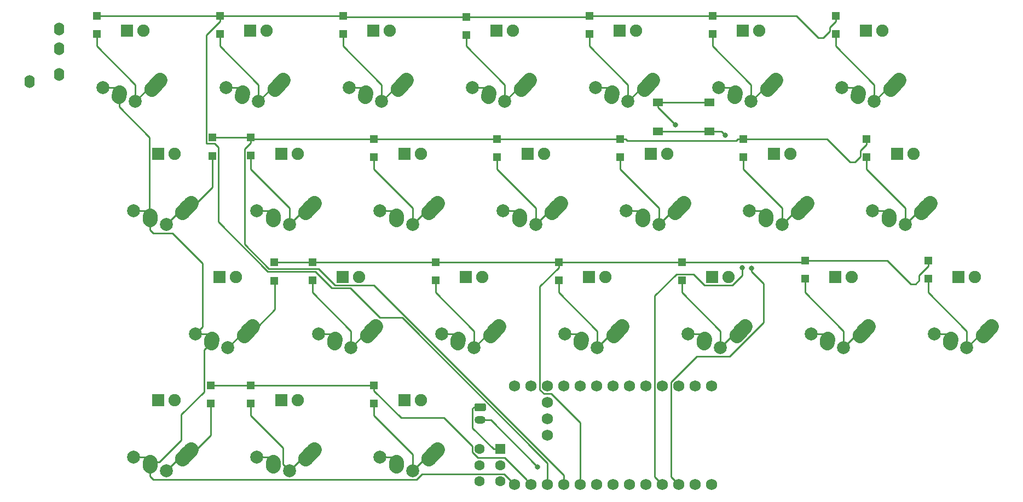
<source format=gbl>
G04 #@! TF.GenerationSoftware,KiCad,Pcbnew,(5.1.4)-1*
G04 #@! TF.CreationDate,2021-01-05T09:43:52-08:00*
G04 #@! TF.ProjectId,andante-classic,616e6461-6e74-4652-9d63-6c6173736963,rev?*
G04 #@! TF.SameCoordinates,Original*
G04 #@! TF.FileFunction,Copper,L2,Bot*
G04 #@! TF.FilePolarity,Positive*
%FSLAX46Y46*%
G04 Gerber Fmt 4.6, Leading zero omitted, Abs format (unit mm)*
G04 Created by KiCad (PCBNEW (5.1.4)-1) date 2021-01-05 09:43:52*
%MOMM*%
%LPD*%
G04 APERTURE LIST*
%ADD10R,1.905000X1.905000*%
%ADD11C,1.905000*%
%ADD12C,2.000000*%
%ADD13C,2.250000*%
%ADD14C,2.250000*%
%ADD15R,1.200000X1.200000*%
%ADD16O,1.750000X1.200000*%
%ADD17C,0.100000*%
%ADD18C,1.200000*%
%ADD19R,1.550000X1.300000*%
%ADD20C,1.752600*%
%ADD21O,1.600000X2.000000*%
%ADD22C,1.600000*%
%ADD23R,1.600000X1.600000*%
%ADD24C,0.800000*%
%ADD25C,0.250000*%
G04 APERTURE END LIST*
D10*
X240426875Y-61595000D03*
D11*
X242966875Y-61595000D03*
D12*
X241696875Y-72575000D03*
X236696875Y-70475000D03*
D13*
X244196875Y-70675000D03*
X244851880Y-69945004D03*
D14*
X245506875Y-69215000D02*
X244196885Y-70675008D01*
D13*
X239156875Y-71755000D03*
X239177104Y-71465016D03*
D14*
X239196875Y-71175000D02*
X239157333Y-71755032D01*
D10*
X259476875Y-61595000D03*
D11*
X262016875Y-61595000D03*
D12*
X260746875Y-72575000D03*
X255746875Y-70475000D03*
D13*
X263246875Y-70675000D03*
X263901880Y-69945004D03*
D14*
X264556875Y-69215000D02*
X263246885Y-70675008D01*
D13*
X258206875Y-71755000D03*
X258227104Y-71465016D03*
D14*
X258246875Y-71175000D02*
X258207333Y-71755032D01*
D15*
X202406250Y-21221875D03*
X202406250Y-24021875D03*
X221456250Y-21431250D03*
X221456250Y-24231250D03*
X183356250Y-21221875D03*
X183356250Y-24021875D03*
D10*
X202326875Y-61595000D03*
D11*
X204866875Y-61595000D03*
D12*
X203596875Y-72575000D03*
X198596875Y-70475000D03*
D13*
X206096875Y-70675000D03*
X206751880Y-69945004D03*
D14*
X207406875Y-69215000D02*
X206096885Y-70675008D01*
D13*
X201056875Y-71755000D03*
X201077104Y-71465016D03*
D14*
X201096875Y-71175000D02*
X201057333Y-71755032D01*
D10*
X207089375Y-23495000D03*
D11*
X209629375Y-23495000D03*
D12*
X208359375Y-34475000D03*
X203359375Y-32375000D03*
D13*
X210859375Y-32575000D03*
X211514380Y-31845004D03*
D14*
X212169375Y-31115000D02*
X210859385Y-32575008D01*
D13*
X205819375Y-33655000D03*
X205839604Y-33365016D03*
D14*
X205859375Y-33075000D02*
X205819833Y-33655032D01*
D10*
X188039375Y-23495000D03*
D11*
X190579375Y-23495000D03*
D12*
X189309375Y-34475000D03*
X184309375Y-32375000D03*
D13*
X191809375Y-32575000D03*
X192464380Y-31845004D03*
D14*
X193119375Y-31115000D02*
X191809385Y-32575008D01*
D13*
X186769375Y-33655000D03*
X186789604Y-33365016D03*
D14*
X186809375Y-33075000D02*
X186769833Y-33655032D01*
D10*
X288051875Y-42545000D03*
D11*
X290591875Y-42545000D03*
D12*
X289321875Y-53525000D03*
X284321875Y-51425000D03*
D13*
X291821875Y-51625000D03*
X292476880Y-50895004D03*
D14*
X293131875Y-50165000D02*
X291821885Y-51625008D01*
D13*
X286781875Y-52705000D03*
X286802104Y-52415016D03*
D14*
X286821875Y-52125000D02*
X286782333Y-52705032D01*
D10*
X230901875Y-42545000D03*
D11*
X233441875Y-42545000D03*
D12*
X232171875Y-53525000D03*
X227171875Y-51425000D03*
D13*
X234671875Y-51625000D03*
X235326880Y-50895004D03*
D14*
X235981875Y-50165000D02*
X234671885Y-51625008D01*
D13*
X229631875Y-52705000D03*
X229652104Y-52415016D03*
D14*
X229671875Y-52125000D02*
X229632333Y-52705032D01*
D10*
X269001875Y-42545000D03*
D11*
X271541875Y-42545000D03*
D12*
X270271875Y-53525000D03*
X265271875Y-51425000D03*
D13*
X272771875Y-51625000D03*
X273426880Y-50895004D03*
D14*
X274081875Y-50165000D02*
X272771885Y-51625008D01*
D13*
X267731875Y-52705000D03*
X267752104Y-52415016D03*
D14*
X267771875Y-52125000D02*
X267732333Y-52705032D01*
D10*
X211851875Y-42545000D03*
D11*
X214391875Y-42545000D03*
D12*
X213121875Y-53525000D03*
X208121875Y-51425000D03*
D13*
X215621875Y-51625000D03*
X216276880Y-50895004D03*
D14*
X216931875Y-50165000D02*
X215621885Y-51625008D01*
D13*
X210581875Y-52705000D03*
X210602104Y-52415016D03*
D14*
X210621875Y-52125000D02*
X210582333Y-52705032D01*
D16*
X223610000Y-83760000D03*
D17*
G36*
X224259505Y-81161204D02*
G01*
X224283773Y-81164804D01*
X224307572Y-81170765D01*
X224330671Y-81179030D01*
X224352850Y-81189520D01*
X224373893Y-81202132D01*
X224393599Y-81216747D01*
X224411777Y-81233223D01*
X224428253Y-81251401D01*
X224442868Y-81271107D01*
X224455480Y-81292150D01*
X224465970Y-81314329D01*
X224474235Y-81337428D01*
X224480196Y-81361227D01*
X224483796Y-81385495D01*
X224485000Y-81409999D01*
X224485000Y-82110001D01*
X224483796Y-82134505D01*
X224480196Y-82158773D01*
X224474235Y-82182572D01*
X224465970Y-82205671D01*
X224455480Y-82227850D01*
X224442868Y-82248893D01*
X224428253Y-82268599D01*
X224411777Y-82286777D01*
X224393599Y-82303253D01*
X224373893Y-82317868D01*
X224352850Y-82330480D01*
X224330671Y-82340970D01*
X224307572Y-82349235D01*
X224283773Y-82355196D01*
X224259505Y-82358796D01*
X224235001Y-82360000D01*
X222984999Y-82360000D01*
X222960495Y-82358796D01*
X222936227Y-82355196D01*
X222912428Y-82349235D01*
X222889329Y-82340970D01*
X222867150Y-82330480D01*
X222846107Y-82317868D01*
X222826401Y-82303253D01*
X222808223Y-82286777D01*
X222791747Y-82268599D01*
X222777132Y-82248893D01*
X222764520Y-82227850D01*
X222754030Y-82205671D01*
X222745765Y-82182572D01*
X222739804Y-82158773D01*
X222736204Y-82134505D01*
X222735000Y-82110001D01*
X222735000Y-81409999D01*
X222736204Y-81385495D01*
X222739804Y-81361227D01*
X222745765Y-81337428D01*
X222754030Y-81314329D01*
X222764520Y-81292150D01*
X222777132Y-81271107D01*
X222791747Y-81251401D01*
X222808223Y-81233223D01*
X222826401Y-81216747D01*
X222846107Y-81202132D01*
X222867150Y-81189520D01*
X222889329Y-81179030D01*
X222912428Y-81170765D01*
X222936227Y-81164804D01*
X222960495Y-81161204D01*
X222984999Y-81160000D01*
X224235001Y-81160000D01*
X224259505Y-81161204D01*
X224259505Y-81161204D01*
G37*
D18*
X223610000Y-81760000D03*
D15*
X191780000Y-59380000D03*
X191780000Y-62180000D03*
X182140000Y-40080000D03*
X182140000Y-42880000D03*
X164306250Y-21221875D03*
X164306250Y-24021875D03*
D10*
X283289375Y-23495000D03*
D11*
X285829375Y-23495000D03*
D12*
X284559375Y-34475000D03*
X279559375Y-32375000D03*
D13*
X287059375Y-32575000D03*
X287714380Y-31845004D03*
D14*
X288369375Y-31115000D02*
X287059385Y-32575008D01*
D13*
X282019375Y-33655000D03*
X282039604Y-33365016D03*
D14*
X282059375Y-33075000D02*
X282019833Y-33655032D01*
D10*
X264239375Y-23495000D03*
D11*
X266779375Y-23495000D03*
D12*
X265509375Y-34475000D03*
X260509375Y-32375000D03*
D13*
X268009375Y-32575000D03*
X268664380Y-31845004D03*
D14*
X269319375Y-31115000D02*
X268009385Y-32575008D01*
D13*
X262969375Y-33655000D03*
X262989604Y-33365016D03*
D14*
X263009375Y-33075000D02*
X262969833Y-33655032D01*
D10*
X245189375Y-23495000D03*
D11*
X247729375Y-23495000D03*
D12*
X246459375Y-34475000D03*
X241459375Y-32375000D03*
D13*
X248959375Y-32575000D03*
X249614380Y-31845004D03*
D14*
X250269375Y-31115000D02*
X248959385Y-32575008D01*
D13*
X243919375Y-33655000D03*
X243939604Y-33365016D03*
D14*
X243959375Y-33075000D02*
X243919833Y-33655032D01*
D10*
X226139375Y-23495000D03*
D11*
X228679375Y-23495000D03*
D12*
X227409375Y-34475000D03*
X222409375Y-32375000D03*
D13*
X229909375Y-32575000D03*
X230564380Y-31845004D03*
D14*
X231219375Y-31115000D02*
X229909385Y-32575008D01*
D13*
X224869375Y-33655000D03*
X224889604Y-33365016D03*
D14*
X224909375Y-33075000D02*
X224869833Y-33655032D01*
D10*
X249951875Y-42545000D03*
D11*
X252491875Y-42545000D03*
D12*
X251221875Y-53525000D03*
X246221875Y-51425000D03*
D13*
X253721875Y-51625000D03*
X254376880Y-50895004D03*
D14*
X255031875Y-50165000D02*
X253721885Y-51625008D01*
D13*
X248681875Y-52705000D03*
X248702104Y-52415016D03*
D14*
X248721875Y-52125000D02*
X248682333Y-52705032D01*
D10*
X221376875Y-61595000D03*
D11*
X223916875Y-61595000D03*
D12*
X222646875Y-72575000D03*
X217646875Y-70475000D03*
D13*
X225146875Y-70675000D03*
X225801880Y-69945004D03*
D14*
X226456875Y-69215000D02*
X225146885Y-70675008D01*
D13*
X220106875Y-71755000D03*
X220127104Y-71465016D03*
D14*
X220146875Y-71175000D02*
X220107333Y-71755032D01*
D10*
X192801875Y-42545000D03*
D11*
X195341875Y-42545000D03*
D12*
X194071875Y-53525000D03*
X189071875Y-51425000D03*
D13*
X196571875Y-51625000D03*
X197226880Y-50895004D03*
D14*
X197881875Y-50165000D02*
X196571885Y-51625008D01*
D13*
X191531875Y-52705000D03*
X191552104Y-52415016D03*
D14*
X191571875Y-52125000D02*
X191532333Y-52705032D01*
D15*
X226218750Y-40271875D03*
X226218750Y-43071875D03*
X188118750Y-40062500D03*
X188118750Y-42862500D03*
X240506250Y-21221875D03*
X240506250Y-24021875D03*
X278606250Y-21221875D03*
X278606250Y-24021875D03*
X273843750Y-59112500D03*
X273843750Y-61912500D03*
X254793750Y-59309000D03*
X254793750Y-62109000D03*
X259556250Y-21221875D03*
X259556250Y-24021875D03*
X207168750Y-78371875D03*
X207168750Y-81171875D03*
X181910000Y-78371875D03*
X181910000Y-81171875D03*
X292893750Y-59112500D03*
X292893750Y-61912500D03*
X235743750Y-59321875D03*
X235743750Y-62121875D03*
X216693750Y-59321875D03*
X216693750Y-62121875D03*
X283368750Y-40271875D03*
X283368750Y-43071875D03*
X245268750Y-40271875D03*
X245268750Y-43071875D03*
X207168750Y-40271875D03*
X207168750Y-43071875D03*
X197643750Y-59321875D03*
X197643750Y-62121875D03*
X188118750Y-78371875D03*
X188118750Y-81171875D03*
X264318750Y-40271875D03*
X264318750Y-43071875D03*
D19*
X259055000Y-34630000D03*
X259055000Y-39130000D03*
X251105000Y-39130000D03*
X251105000Y-34630000D03*
D10*
X192801875Y-80645000D03*
D11*
X195341875Y-80645000D03*
D12*
X194071875Y-91625000D03*
X189071875Y-89525000D03*
D13*
X196571875Y-89725000D03*
X197226880Y-88995004D03*
D14*
X197881875Y-88265000D02*
X196571885Y-89725008D01*
D13*
X191531875Y-90805000D03*
X191552104Y-90515016D03*
D14*
X191571875Y-90225000D02*
X191532333Y-90805032D01*
D10*
X183276875Y-61595000D03*
D11*
X185816875Y-61595000D03*
D12*
X184546875Y-72575000D03*
X179546875Y-70475000D03*
D13*
X187046875Y-70675000D03*
X187701880Y-69945004D03*
D14*
X188356875Y-69215000D02*
X187046885Y-70675008D01*
D13*
X182006875Y-71755000D03*
X182027104Y-71465016D03*
D14*
X182046875Y-71175000D02*
X182007333Y-71755032D01*
D10*
X173751875Y-42545000D03*
D11*
X176291875Y-42545000D03*
D12*
X175021875Y-53525000D03*
X170021875Y-51425000D03*
D13*
X177521875Y-51625000D03*
X178176880Y-50895004D03*
D14*
X178831875Y-50165000D02*
X177521885Y-51625008D01*
D13*
X172481875Y-52705000D03*
X172502104Y-52415016D03*
D14*
X172521875Y-52125000D02*
X172482333Y-52705032D01*
D20*
X256880000Y-78460000D03*
X254340000Y-78460000D03*
X251800000Y-78460000D03*
X249260000Y-78460000D03*
X246720000Y-78460000D03*
X244180000Y-78460000D03*
X241640000Y-78460000D03*
X239100000Y-78460000D03*
X236560000Y-78460000D03*
X234020000Y-78460000D03*
X231480000Y-78460000D03*
X228940000Y-93700000D03*
X231480000Y-93700000D03*
X234020000Y-93700000D03*
X236560000Y-93700000D03*
X239100000Y-93700000D03*
X241640000Y-93700000D03*
X244180000Y-93700000D03*
X246720000Y-93700000D03*
X249260000Y-93700000D03*
X251800000Y-93700000D03*
X254340000Y-93700000D03*
X228940000Y-78460000D03*
X256880000Y-93700000D03*
X259420000Y-93700000D03*
X259420000Y-78460000D03*
X234020000Y-81000000D03*
X234020000Y-83540000D03*
X234020000Y-86080000D03*
D21*
X158490000Y-26310000D03*
X158490000Y-23310000D03*
X158490000Y-30310000D03*
X153890000Y-31410000D03*
D10*
X168989375Y-23495000D03*
D11*
X171529375Y-23495000D03*
D12*
X170259375Y-34475000D03*
X165259375Y-32375000D03*
D13*
X172759375Y-32575000D03*
X173414380Y-31845004D03*
D14*
X174069375Y-31115000D02*
X172759385Y-32575008D01*
D13*
X167719375Y-33655000D03*
X167739604Y-33365016D03*
D14*
X167759375Y-33075000D02*
X167719833Y-33655032D01*
D10*
X173751875Y-80645000D03*
D11*
X176291875Y-80645000D03*
D12*
X175021875Y-91625000D03*
X170021875Y-89525000D03*
D13*
X177521875Y-89725000D03*
X178176880Y-88995004D03*
D14*
X178831875Y-88265000D02*
X177521885Y-89725008D01*
D13*
X172481875Y-90805000D03*
X172502104Y-90515016D03*
D14*
X172521875Y-90225000D02*
X172482333Y-90805032D01*
D22*
X223520000Y-93220000D03*
X223520000Y-90720000D03*
X223520000Y-88220000D03*
X226720000Y-93220000D03*
X226720000Y-90720000D03*
D23*
X226720000Y-88220000D03*
D10*
X211851875Y-80645000D03*
D11*
X214391875Y-80645000D03*
D12*
X213121875Y-91625000D03*
X208121875Y-89525000D03*
D13*
X215621875Y-89725000D03*
X216276880Y-88995004D03*
D14*
X216931875Y-88265000D02*
X215621885Y-89725008D01*
D13*
X210581875Y-90805000D03*
X210602104Y-90515016D03*
D14*
X210621875Y-90225000D02*
X210582333Y-90805032D01*
D10*
X297576875Y-61595000D03*
D11*
X300116875Y-61595000D03*
D12*
X298846875Y-72575000D03*
X293846875Y-70475000D03*
D13*
X301346875Y-70675000D03*
X302001880Y-69945004D03*
D14*
X302656875Y-69215000D02*
X301346885Y-70675008D01*
D13*
X296306875Y-71755000D03*
X296327104Y-71465016D03*
D14*
X296346875Y-71175000D02*
X296307333Y-71755032D01*
D10*
X278526875Y-61595000D03*
D11*
X281066875Y-61595000D03*
D12*
X279796875Y-72575000D03*
X274796875Y-70475000D03*
D13*
X282296875Y-70675000D03*
X282951880Y-69945004D03*
D14*
X283606875Y-69215000D02*
X282296885Y-70675008D01*
D13*
X277256875Y-71755000D03*
X277277104Y-71465016D03*
D14*
X277296875Y-71175000D02*
X277257333Y-71755032D01*
D24*
X232500000Y-90990000D03*
X253790000Y-38060000D03*
X264160000Y-60210000D03*
X261530000Y-39710000D03*
X265600000Y-60240000D03*
D25*
X170259375Y-34475000D02*
X172159375Y-32575000D01*
X172159375Y-32575000D02*
X172759375Y-32575000D01*
X170259375Y-31878998D02*
X164306250Y-25925873D01*
X164306250Y-25925873D02*
X164306250Y-24871875D01*
X170259375Y-34475000D02*
X170259375Y-31878998D01*
X164306250Y-24871875D02*
X164306250Y-24021875D01*
X190746096Y-60767508D02*
X183065001Y-53086413D01*
X259346875Y-21431250D02*
X259556250Y-21221875D01*
X276683830Y-24609514D02*
X277681249Y-23612095D01*
X221456250Y-21431250D02*
X202615625Y-21431250D01*
X202406250Y-21221875D02*
X164306250Y-21221875D01*
X182515001Y-41005001D02*
X181279999Y-41005001D01*
X259556250Y-21221875D02*
X272511904Y-21221875D01*
X272511904Y-21221875D02*
X275899543Y-24609514D01*
X275899543Y-24609514D02*
X276683830Y-24609514D01*
X211513191Y-67875001D02*
X208100874Y-67875001D01*
X183065001Y-41555001D02*
X182515001Y-41005001D01*
X240296875Y-21431250D02*
X240506250Y-21221875D01*
X181214999Y-40940001D02*
X181214999Y-24213126D01*
X278606250Y-22071875D02*
X278606250Y-21221875D01*
X221456250Y-21431250D02*
X240296875Y-21431250D01*
X198074386Y-60767509D02*
X190746096Y-60767508D01*
X240506250Y-21221875D02*
X259556250Y-21221875D01*
X277681249Y-22996876D02*
X278606250Y-22071875D01*
X202615625Y-21431250D02*
X202406250Y-21221875D01*
X181214999Y-24213126D02*
X183356250Y-22071875D01*
X183356250Y-22071875D02*
X183356250Y-21221875D01*
X181279999Y-41005001D02*
X181214999Y-40940001D01*
X183065001Y-53086413D02*
X183065001Y-41555001D01*
X203548384Y-63322511D02*
X200629388Y-63322511D01*
X234020000Y-90381810D02*
X211513191Y-67875001D01*
X277681249Y-23612095D02*
X277681249Y-22996876D01*
X208100874Y-67875001D02*
X203548384Y-63322511D01*
X200629388Y-63322511D02*
X198074386Y-60767509D01*
X234020000Y-93700000D02*
X234020000Y-90381810D01*
X189309375Y-34475000D02*
X191209375Y-32575000D01*
X191209375Y-32575000D02*
X191809375Y-32575000D01*
X189309375Y-34475000D02*
X189309375Y-31878998D01*
X189309375Y-31878998D02*
X183356250Y-25925873D01*
X183356250Y-25925873D02*
X183356250Y-24871875D01*
X183356250Y-24871875D02*
X183356250Y-24021875D01*
X208359375Y-34475000D02*
X208359375Y-31878998D01*
X202406250Y-25925873D02*
X202406250Y-24871875D01*
X208359375Y-31878998D02*
X202406250Y-25925873D01*
X202406250Y-24871875D02*
X202406250Y-24021875D01*
X208359375Y-34475000D02*
X210259375Y-32575000D01*
X210259375Y-32575000D02*
X210859375Y-32575000D01*
X221456250Y-25925873D02*
X221456250Y-25081250D01*
X230769375Y-31115000D02*
X231219375Y-31115000D01*
X227409375Y-34475000D02*
X227409375Y-31878998D01*
X227409375Y-31878998D02*
X221456250Y-25925873D01*
X227409375Y-34475000D02*
X230769375Y-31115000D01*
X221456250Y-25081250D02*
X221456250Y-24231250D01*
X246459375Y-34475000D02*
X248359375Y-32575000D01*
X246459375Y-34475000D02*
X246459375Y-31878998D01*
X240506250Y-25925873D02*
X240506250Y-24871875D01*
X240506250Y-24871875D02*
X240506250Y-24021875D01*
X246459375Y-31878998D02*
X240506250Y-25925873D01*
X248359375Y-32575000D02*
X248959375Y-32575000D01*
X259556250Y-25925873D02*
X259556250Y-24871875D01*
X259556250Y-24871875D02*
X259556250Y-24021875D01*
X265509375Y-34475000D02*
X267409375Y-32575000D01*
X267409375Y-32575000D02*
X268009375Y-32575000D01*
X265509375Y-34475000D02*
X265509375Y-31878998D01*
X265509375Y-31878998D02*
X259556250Y-25925873D01*
X284559375Y-34475000D02*
X284559375Y-31878998D01*
X284559375Y-34475000D02*
X286459375Y-32575000D01*
X284559375Y-31878998D02*
X278606250Y-25925873D01*
X278606250Y-25925873D02*
X278606250Y-24871875D01*
X278606250Y-24871875D02*
X278606250Y-24021875D01*
X286459375Y-32575000D02*
X287059375Y-32575000D01*
X176921875Y-51625000D02*
X177521875Y-51625000D01*
X175021875Y-53525000D02*
X176921875Y-51625000D01*
X178831875Y-50165000D02*
X179720877Y-50165000D01*
X179720877Y-50165000D02*
X182140000Y-47745877D01*
X182140000Y-47745877D02*
X182140000Y-43730000D01*
X182140000Y-43730000D02*
X182140000Y-42880000D01*
X194071875Y-53525000D02*
X195971875Y-51625000D01*
X195971875Y-51625000D02*
X196571875Y-51625000D01*
X194071875Y-53525000D02*
X194071875Y-50928998D01*
X194071875Y-50928998D02*
X188118750Y-44975873D01*
X188118750Y-44975873D02*
X188118750Y-43712500D01*
X188118750Y-43712500D02*
X188118750Y-42862500D01*
X216481875Y-50165000D02*
X216931875Y-50165000D01*
X213121875Y-53525000D02*
X213121875Y-50928998D01*
X213121875Y-50928998D02*
X207168750Y-44975873D01*
X207168750Y-43921875D02*
X207168750Y-43071875D01*
X207168750Y-44975873D02*
X207168750Y-43921875D01*
X213121875Y-53525000D02*
X216481875Y-50165000D01*
X232171875Y-50928998D02*
X226218750Y-44975873D01*
X226218750Y-44975873D02*
X226218750Y-43921875D01*
X232171875Y-53525000D02*
X232171875Y-50928998D01*
X234071875Y-51625000D02*
X234671875Y-51625000D01*
X226218750Y-43921875D02*
X226218750Y-43071875D01*
X232171875Y-53525000D02*
X234071875Y-51625000D01*
X251221875Y-53525000D02*
X253121875Y-51625000D01*
X245268750Y-44975873D02*
X245268750Y-43921875D01*
X253121875Y-51625000D02*
X253721875Y-51625000D01*
X251221875Y-53525000D02*
X251221875Y-50928998D01*
X251221875Y-50928998D02*
X245268750Y-44975873D01*
X245268750Y-43921875D02*
X245268750Y-43071875D01*
X270271875Y-50928998D02*
X264318750Y-44975873D01*
X270271875Y-53525000D02*
X273631875Y-50165000D01*
X270271875Y-53525000D02*
X270271875Y-50928998D01*
X273631875Y-50165000D02*
X274081875Y-50165000D01*
X264318750Y-44975873D02*
X264318750Y-43921875D01*
X264318750Y-43921875D02*
X264318750Y-43071875D01*
X283368750Y-43921875D02*
X283368750Y-43071875D01*
X283368750Y-44975873D02*
X283368750Y-43921875D01*
X289321875Y-53525000D02*
X291221875Y-51625000D01*
X289321875Y-53525000D02*
X289321875Y-50928998D01*
X289321875Y-50928998D02*
X283368750Y-44975873D01*
X291221875Y-51625000D02*
X291821875Y-51625000D01*
X188356875Y-69215000D02*
X189245877Y-69215000D01*
X191800000Y-66660877D02*
X191800000Y-62810000D01*
X184546875Y-72575000D02*
X187906875Y-69215000D01*
X189245877Y-69215000D02*
X191800000Y-66660877D01*
X191800000Y-62810000D02*
X191800000Y-61960000D01*
X187906875Y-69215000D02*
X188356875Y-69215000D01*
X203596875Y-72575000D02*
X203596875Y-69978998D01*
X206956875Y-69215000D02*
X207406875Y-69215000D01*
X197643750Y-64025873D02*
X197643750Y-62971875D01*
X197643750Y-62971875D02*
X197643750Y-62121875D01*
X203596875Y-72575000D02*
X206956875Y-69215000D01*
X203596875Y-69978998D02*
X197643750Y-64025873D01*
X216693750Y-64025873D02*
X216693750Y-62971875D01*
X226006875Y-69215000D02*
X226456875Y-69215000D01*
X216693750Y-62971875D02*
X216693750Y-62121875D01*
X222646875Y-72575000D02*
X226006875Y-69215000D01*
X222646875Y-72575000D02*
X222646875Y-69978998D01*
X222646875Y-69978998D02*
X216693750Y-64025873D01*
X241696875Y-72575000D02*
X241696875Y-69978998D01*
X241696875Y-72575000D02*
X243596875Y-70675000D01*
X243596875Y-70675000D02*
X244196875Y-70675000D01*
X235743750Y-62971875D02*
X235743750Y-62121875D01*
X235743750Y-64025873D02*
X235743750Y-62971875D01*
X241696875Y-69978998D02*
X235743750Y-64025873D01*
X260746875Y-69978998D02*
X254793750Y-64025873D01*
X254793750Y-62959000D02*
X254793750Y-62109000D01*
X254793750Y-64025873D02*
X254793750Y-62959000D01*
X260746875Y-72575000D02*
X260746875Y-69978998D01*
X260746875Y-72575000D02*
X262646875Y-70675000D01*
X262646875Y-70675000D02*
X263246875Y-70675000D01*
X279796875Y-72575000D02*
X281696875Y-70675000D01*
X273843750Y-64025873D02*
X273843750Y-62762500D01*
X281696875Y-70675000D02*
X282296875Y-70675000D01*
X279796875Y-72575000D02*
X279796875Y-69978998D01*
X279796875Y-69978998D02*
X273843750Y-64025873D01*
X273843750Y-62762500D02*
X273843750Y-61912500D01*
X298846875Y-72575000D02*
X302206875Y-69215000D01*
X302206875Y-69215000D02*
X302656875Y-69215000D01*
X298846875Y-72575000D02*
X298846875Y-69978998D01*
X298846875Y-69978998D02*
X292893750Y-64025873D01*
X292893750Y-64025873D02*
X292893750Y-62762500D01*
X292893750Y-62762500D02*
X292893750Y-61912500D01*
X225270000Y-83760000D02*
X232500000Y-90990000D01*
X223610000Y-83760000D02*
X225270000Y-83760000D01*
X225670000Y-88220000D02*
X226720000Y-88220000D01*
X222409990Y-81985010D02*
X222409990Y-84959990D01*
X222409990Y-84959990D02*
X225670000Y-88220000D01*
X223610000Y-81760000D02*
X222635000Y-81760000D01*
X222635000Y-81760000D02*
X222409990Y-81985010D01*
X177340776Y-82919224D02*
X180881876Y-79378124D01*
X180881876Y-72879999D02*
X182006875Y-71755000D01*
X172521875Y-52125000D02*
X171821875Y-51425000D01*
X180666876Y-59486876D02*
X176030001Y-54850001D01*
X172474374Y-40000989D02*
X167759375Y-35285990D01*
X172521875Y-90225000D02*
X173953849Y-90225000D01*
X180666876Y-69354999D02*
X180666876Y-59486876D01*
X172521875Y-52125000D02*
X172474374Y-52077499D01*
X172474374Y-52077499D02*
X172474374Y-40000989D01*
X214612878Y-92094999D02*
X213757876Y-92950001D01*
X173035886Y-92950001D02*
X172521875Y-92435990D01*
X172521875Y-54335990D02*
X172521875Y-52125000D01*
X227334999Y-92094999D02*
X214612878Y-92094999D01*
X172521875Y-90225000D02*
X171821875Y-89525000D01*
X181346875Y-70475000D02*
X179546875Y-70475000D01*
X173035886Y-54850001D02*
X172521875Y-54335990D01*
X172521875Y-92435990D02*
X172521875Y-90225000D01*
X177340776Y-86838073D02*
X177340776Y-82919224D01*
X213757876Y-92950001D02*
X173035886Y-92950001D01*
X182046875Y-71175000D02*
X181346875Y-70475000D01*
X228940000Y-93700000D02*
X227334999Y-92094999D01*
X173953849Y-90225000D02*
X177340776Y-86838073D01*
X172521875Y-90225000D02*
X172521875Y-91086002D01*
X180881876Y-79378124D02*
X180881876Y-72879999D01*
X176030001Y-54850001D02*
X173035886Y-54850001D01*
X167719375Y-33115000D02*
X167759375Y-33075000D01*
X167759375Y-35285990D02*
X167759375Y-33075000D01*
X171821875Y-89525000D02*
X170021875Y-89525000D01*
X179546875Y-70475000D02*
X180666876Y-69354999D01*
X167059375Y-32375000D02*
X165259375Y-32375000D01*
X171821875Y-51425000D02*
X170021875Y-51425000D01*
X167759375Y-33075000D02*
X167059375Y-32375000D01*
X201096875Y-71175000D02*
X200396875Y-70475000D01*
X191571875Y-90225000D02*
X190871875Y-89525000D01*
X190871875Y-89525000D02*
X189071875Y-89525000D01*
X186809375Y-33075000D02*
X186109375Y-32375000D01*
X200396875Y-70475000D02*
X198596875Y-70475000D01*
X191571875Y-52125000D02*
X190871875Y-51425000D01*
X190871875Y-51425000D02*
X189071875Y-51425000D01*
X186109375Y-32375000D02*
X184309375Y-32375000D01*
X209921875Y-89525000D02*
X208121875Y-89525000D01*
X209921875Y-51425000D02*
X208121875Y-51425000D01*
X220146875Y-71175000D02*
X219446875Y-70475000D01*
X205859375Y-33075000D02*
X205159375Y-32375000D01*
X219446875Y-70475000D02*
X217646875Y-70475000D01*
X205159375Y-32375000D02*
X203359375Y-32375000D01*
X210621875Y-52125000D02*
X209921875Y-51425000D01*
X210621875Y-90225000D02*
X209921875Y-89525000D01*
X239196875Y-71175000D02*
X238496875Y-70475000D01*
X224909375Y-33075000D02*
X224209375Y-32375000D01*
X238496875Y-70475000D02*
X236696875Y-70475000D01*
X229671875Y-52125000D02*
X228971875Y-51425000D01*
X228971875Y-51425000D02*
X227171875Y-51425000D01*
X224209375Y-32375000D02*
X222409375Y-32375000D01*
X243259375Y-32375000D02*
X241459375Y-32375000D01*
X248721875Y-52125000D02*
X248021875Y-51425000D01*
X258246875Y-71175000D02*
X257546875Y-70475000D01*
X243959375Y-33075000D02*
X243259375Y-32375000D01*
X248021875Y-51425000D02*
X246221875Y-51425000D01*
X257546875Y-70475000D02*
X255746875Y-70475000D01*
X277296875Y-71175000D02*
X276596875Y-70475000D01*
X276596875Y-70475000D02*
X274796875Y-70475000D01*
X267771875Y-52125000D02*
X267071875Y-51425000D01*
X267071875Y-51425000D02*
X265271875Y-51425000D01*
X262309375Y-32375000D02*
X260509375Y-32375000D01*
X263009375Y-33075000D02*
X262309375Y-32375000D01*
X179720877Y-88265000D02*
X181910000Y-86075877D01*
X178831875Y-88265000D02*
X179720877Y-88265000D01*
X178381875Y-88265000D02*
X178831875Y-88265000D01*
X181910000Y-86075877D02*
X181910000Y-82021875D01*
X175021875Y-91625000D02*
X178381875Y-88265000D01*
X181910000Y-82021875D02*
X181910000Y-81171875D01*
X194071875Y-91625000D02*
X193071876Y-90625001D01*
X193071876Y-90625001D02*
X193071876Y-88028999D01*
X188118750Y-82021875D02*
X188118750Y-81171875D01*
X195971875Y-89725000D02*
X196571875Y-89725000D01*
X193071876Y-88028999D02*
X188118750Y-83075873D01*
X188118750Y-83075873D02*
X188118750Y-82021875D01*
X194071875Y-91625000D02*
X195971875Y-89725000D01*
X215021875Y-89725000D02*
X215621875Y-89725000D01*
X213121875Y-91625000D02*
X213121875Y-89028998D01*
X213121875Y-89028998D02*
X207168750Y-83075873D01*
X207168750Y-83075873D02*
X207168750Y-82021875D01*
X207168750Y-82021875D02*
X207168750Y-81171875D01*
X213121875Y-91625000D02*
X215021875Y-89725000D01*
X264318750Y-40271875D02*
X263468750Y-40271875D01*
X283368750Y-41121875D02*
X283368750Y-40271875D01*
X282443749Y-42046876D02*
X283368750Y-41121875D01*
X263468750Y-40271875D02*
X263235624Y-40505001D01*
X277274403Y-40271875D02*
X280813013Y-43810485D01*
X245268750Y-40271875D02*
X188328125Y-40271875D01*
X281599515Y-43810485D02*
X282443749Y-42966251D01*
X236560000Y-93700000D02*
X236560000Y-92285400D01*
X187193749Y-41837501D02*
X187193749Y-56578751D01*
X201114374Y-62872501D02*
X198559372Y-60317499D01*
X182140000Y-40080000D02*
X188101250Y-40080000D01*
X188101250Y-40080000D02*
X188118750Y-40062500D01*
X263235624Y-40505001D02*
X246351876Y-40505001D01*
X190932497Y-60317499D02*
X198559372Y-60317499D01*
X187193749Y-56578751D02*
X190932497Y-60317499D01*
X188118750Y-40912500D02*
X187193749Y-41837501D01*
X188118750Y-40062500D02*
X188118750Y-40912500D01*
X207147101Y-62872501D02*
X201114374Y-62872501D01*
X246118750Y-40271875D02*
X245268750Y-40271875D01*
X282443749Y-42966251D02*
X282443749Y-42046876D01*
X264318750Y-40271875D02*
X277274403Y-40271875D01*
X236560000Y-92285400D02*
X207147101Y-62872501D01*
X280813013Y-43810485D02*
X281599515Y-43810485D01*
X187881250Y-40300000D02*
X188118750Y-40062500D01*
X188328125Y-40271875D02*
X188118750Y-40062500D01*
X246351876Y-40505001D02*
X246118750Y-40271875D01*
X286590028Y-59112500D02*
X290187528Y-62710000D01*
X239100000Y-84164676D02*
X234596625Y-79661301D01*
X197643750Y-59321875D02*
X273634375Y-59321875D01*
X292893750Y-59962500D02*
X292893750Y-59112500D01*
X232818699Y-79036625D02*
X232818699Y-63096926D01*
X273634375Y-59321875D02*
X273843750Y-59112500D01*
X197434375Y-59531250D02*
X197643750Y-59321875D01*
X191780000Y-59380000D02*
X197585625Y-59380000D01*
X233443375Y-79661301D02*
X232818699Y-79036625D01*
X235743750Y-60171875D02*
X235743750Y-59321875D01*
X290187528Y-62710000D02*
X290962469Y-62710000D01*
X273843750Y-59112500D02*
X286590028Y-59112500D01*
X290962469Y-62710000D02*
X291500009Y-62172460D01*
X291500009Y-61356241D02*
X292893750Y-59962500D01*
X291500009Y-62172460D02*
X291500009Y-61356241D01*
X239100000Y-93700000D02*
X239100000Y-84164676D01*
X232818699Y-63096926D02*
X235743750Y-60171875D01*
X234596625Y-79661301D02*
X233443375Y-79661301D01*
X197585625Y-59380000D02*
X197643750Y-59321875D01*
X218016099Y-83406099D02*
X222394999Y-87784999D01*
X223229997Y-89594999D02*
X227374999Y-89594999D01*
X211352974Y-83406099D02*
X218016099Y-83406099D01*
X222394999Y-87784999D02*
X222394999Y-88760001D01*
X182760000Y-78371875D02*
X207168750Y-78371875D01*
X222394999Y-88760001D02*
X223229997Y-89594999D01*
X230603701Y-92823701D02*
X231480000Y-93700000D01*
X181910000Y-78371875D02*
X182760000Y-78371875D01*
X207168750Y-78371875D02*
X207168750Y-79221875D01*
X207168750Y-79221875D02*
X211352974Y-83406099D01*
X227374999Y-89594999D02*
X230603701Y-92823701D01*
X282059375Y-33075000D02*
X281359375Y-32375000D01*
X286821875Y-52125000D02*
X286121875Y-51425000D01*
X286121875Y-51425000D02*
X284321875Y-51425000D01*
X295646875Y-70475000D02*
X293846875Y-70475000D01*
X281359375Y-32375000D02*
X279559375Y-32375000D01*
X296346875Y-71175000D02*
X295646875Y-70475000D01*
X258264374Y-62872501D02*
X256575872Y-61183999D01*
X251105000Y-35375000D02*
X251105000Y-34630000D01*
X256575872Y-61183999D02*
X253933749Y-61183999D01*
X262630076Y-62872501D02*
X258264374Y-62872501D01*
X250598699Y-64519049D02*
X250598699Y-92498699D01*
X264160000Y-60210000D02*
X264160000Y-61342577D01*
X264160000Y-61342577D02*
X262630076Y-62872501D01*
X253933749Y-61183999D02*
X250598699Y-64519049D01*
X251105000Y-34630000D02*
X259055000Y-34630000D01*
X253790000Y-38060000D02*
X251105000Y-35375000D01*
X250598699Y-92498699D02*
X251800000Y-93700000D01*
X265600000Y-60805685D02*
X267421876Y-62627561D01*
X267421876Y-62627561D02*
X267421876Y-68646001D01*
X253138699Y-92498699D02*
X254340000Y-93700000D01*
X262167876Y-73900001D02*
X257122073Y-73900001D01*
X265600000Y-60240000D02*
X265600000Y-60805685D01*
X260950000Y-39130000D02*
X259055000Y-39130000D01*
X267421876Y-68646001D02*
X262167876Y-73900001D01*
X257122073Y-73900001D02*
X253138699Y-77883375D01*
X261530000Y-39710000D02*
X260950000Y-39130000D01*
X253138699Y-77883375D02*
X253138699Y-92498699D01*
X259055000Y-39130000D02*
X251105000Y-39130000D01*
X259745000Y-39430000D02*
X259645000Y-39530000D01*
M02*

</source>
